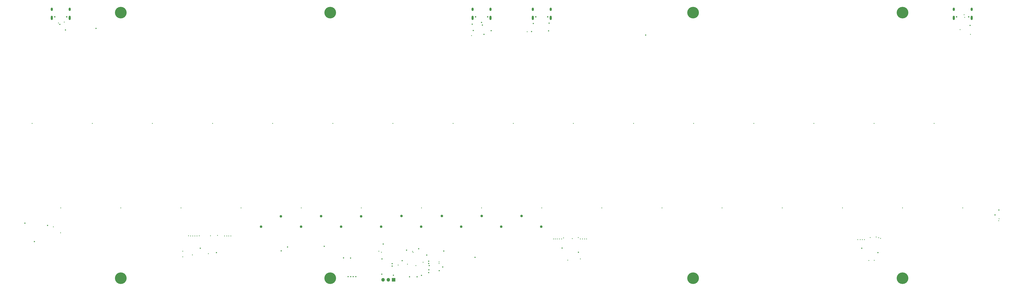
<source format=gbr>
%TF.GenerationSoftware,KiCad,Pcbnew,(6.0.5-0)*%
%TF.CreationDate,2022-11-13T17:01:49-06:00*%
%TF.ProjectId,skogaslider-main-pcb,736b6f67-6173-46c6-9964-65722d6d6169,rev?*%
%TF.SameCoordinates,Original*%
%TF.FileFunction,Soldermask,Bot*%
%TF.FilePolarity,Negative*%
%FSLAX46Y46*%
G04 Gerber Fmt 4.6, Leading zero omitted, Abs format (unit mm)*
G04 Created by KiCad (PCBNEW (6.0.5-0)) date 2022-11-13 17:01:49*
%MOMM*%
%LPD*%
G01*
G04 APERTURE LIST*
%ADD10C,3.600000*%
%ADD11C,5.600000*%
%ADD12C,0.650000*%
%ADD13O,1.000000X2.100000*%
%ADD14O,1.000000X1.600000*%
%ADD15R,1.700000X1.700000*%
%ADD16O,1.700000X1.700000*%
%ADD17C,0.400000*%
%ADD18C,0.600000*%
%ADD19C,1.250000*%
G04 APERTURE END LIST*
D10*
%TO.C,H10*%
X271330000Y-232780000D03*
D11*
X271330000Y-232780000D03*
%TD*%
%TO.C,H9*%
X170321096Y-232780000D03*
D10*
X170321096Y-232780000D03*
%TD*%
D11*
%TO.C,H6*%
X547321096Y-361050000D03*
D10*
X547321096Y-361050000D03*
%TD*%
D11*
%TO.C,H5*%
X271330000Y-361050000D03*
D10*
X271330000Y-361050000D03*
%TD*%
D11*
%TO.C,H4*%
X446340000Y-361050000D03*
D10*
X446340000Y-361050000D03*
%TD*%
D11*
%TO.C,H3*%
X446340000Y-232780000D03*
D10*
X446340000Y-232780000D03*
%TD*%
D11*
%TO.C,H2*%
X547321096Y-232780000D03*
D10*
X547321096Y-232780000D03*
%TD*%
%TO.C,H1*%
X170321096Y-361050000D03*
D11*
X170321096Y-361050000D03*
%TD*%
D12*
%TO.C,J1*%
X370431096Y-234790000D03*
X376211096Y-234790000D03*
D13*
X377641096Y-235320000D03*
X369001096Y-235320000D03*
D14*
X377641096Y-231140000D03*
X369001096Y-231140000D03*
%TD*%
D12*
%TO.C,J6*%
X579211096Y-234790000D03*
X573431096Y-234790000D03*
D14*
X572001096Y-231140000D03*
D13*
X580641096Y-235320000D03*
X572001096Y-235320000D03*
D14*
X580641096Y-231140000D03*
%TD*%
D12*
%TO.C,J2*%
X347211096Y-234790000D03*
X341431096Y-234790000D03*
D14*
X348641096Y-231140000D03*
X340001096Y-231140000D03*
D13*
X340001096Y-235320000D03*
X348641096Y-235320000D03*
%TD*%
D15*
%TO.C,J3*%
X301827346Y-361801669D03*
D16*
X299287346Y-361801669D03*
X296747346Y-361801669D03*
%TD*%
D12*
%TO.C,J5*%
X138431096Y-234790000D03*
X144211096Y-234790000D03*
D13*
X145641096Y-235320000D03*
X137001096Y-235320000D03*
D14*
X145641096Y-231140000D03*
X137001096Y-231140000D03*
%TD*%
D17*
X577320000Y-235040000D03*
X577070000Y-233750000D03*
X140240500Y-237700000D03*
X143050000Y-237360000D03*
D18*
X247660000Y-347850000D03*
D17*
X200190000Y-350690000D03*
X200210000Y-347940000D03*
D18*
X250690000Y-345960000D03*
D17*
X316082346Y-353331669D03*
X312612346Y-354961669D03*
X304106164Y-354643645D03*
X308572346Y-354261669D03*
D18*
X323860000Y-357370000D03*
X325610000Y-355600000D03*
D17*
X127571096Y-286281669D03*
X202984722Y-340551669D03*
X141321096Y-327090668D03*
X203964722Y-340581669D03*
X156571096Y-286281669D03*
X205014722Y-340591669D03*
X205994722Y-340581669D03*
X170321096Y-327090668D03*
X207004722Y-340591669D03*
X185571096Y-286281669D03*
X199321096Y-327090668D03*
X208104722Y-340561669D03*
X214571096Y-286281669D03*
X213554722Y-340561669D03*
X228321096Y-327090668D03*
X216914722Y-340341669D03*
X243571096Y-286281669D03*
X220344722Y-340581669D03*
X257321096Y-327090668D03*
X221414722Y-340591669D03*
X272571096Y-286281669D03*
X222384722Y-340581669D03*
X286321096Y-327090668D03*
X223364722Y-340581669D03*
X378964722Y-342061669D03*
X301571096Y-286281669D03*
X379834722Y-342051669D03*
X315321096Y-327090668D03*
X330571096Y-286281669D03*
X380784722Y-342081669D03*
X344321096Y-327090668D03*
X381764722Y-342071669D03*
X382934722Y-342081669D03*
X359571096Y-286281669D03*
X373321096Y-327090668D03*
X383814722Y-341571669D03*
X388571096Y-286281669D03*
X388034722Y-341861669D03*
X402321096Y-327090668D03*
X390954722Y-341341669D03*
X391964722Y-342091669D03*
X417571096Y-286281669D03*
X392954722Y-342071669D03*
X431321096Y-327090668D03*
X446571096Y-286281669D03*
X393944722Y-342081669D03*
X394924722Y-342071669D03*
X460321096Y-327090668D03*
X475571096Y-286281669D03*
X525704722Y-342422169D03*
X526934722Y-342422169D03*
X489321096Y-327090668D03*
X527954722Y-342422169D03*
X504571096Y-286281669D03*
X518321096Y-327090668D03*
X528934722Y-342422169D03*
X533571096Y-286281669D03*
X531704722Y-341381669D03*
X534654722Y-341161669D03*
X547321096Y-327090668D03*
X562571096Y-286281669D03*
X535764722Y-341441669D03*
X576321096Y-327090668D03*
X536704722Y-341801669D03*
D18*
X345490000Y-243220000D03*
X296864722Y-344531669D03*
X158365480Y-240395480D03*
X124104722Y-334391669D03*
X134984722Y-335551669D03*
X128661344Y-343301669D03*
D17*
X137757763Y-336217086D03*
X141282346Y-339061669D03*
D18*
X591900000Y-330470000D03*
X593830000Y-328070000D03*
X344281637Y-237481519D03*
X344729400Y-238729400D03*
X140910000Y-238400000D03*
X423450000Y-243560000D03*
D17*
X593740000Y-333210000D03*
X391962346Y-351731669D03*
X294752346Y-347991669D03*
X323792346Y-353171669D03*
X385822346Y-352261669D03*
X531020031Y-352476465D03*
X310972346Y-348031669D03*
X580100000Y-243220000D03*
X311271941Y-348582398D03*
X323772346Y-353871669D03*
X533660000Y-352380000D03*
X593920000Y-332330000D03*
X295997518Y-348478125D03*
X212540000Y-349200000D03*
X204870000Y-349780000D03*
X575070000Y-240940000D03*
X339480000Y-243880000D03*
X366310000Y-241940000D03*
D18*
X208683356Y-346501669D03*
X309592346Y-360339782D03*
X268390000Y-345580000D03*
X296222346Y-359041669D03*
X318886939Y-356951169D03*
D19*
X305684722Y-330971669D03*
D18*
X535498596Y-348671669D03*
D19*
X363614722Y-330941669D03*
D18*
X317911716Y-349802044D03*
X313212346Y-360339782D03*
X326052346Y-347871669D03*
X376610000Y-241550000D03*
X301182346Y-354021669D03*
X318786456Y-352801669D03*
D19*
X237930785Y-336097584D03*
D18*
X301172346Y-355141669D03*
D19*
X334452210Y-336097584D03*
D18*
X348910000Y-241470000D03*
X318814722Y-358311669D03*
X369250000Y-238000000D03*
X282422346Y-360241669D03*
X279902346Y-360241669D03*
D19*
X353756495Y-336097584D03*
X286204722Y-331151669D03*
D18*
X376900000Y-237830000D03*
D19*
X276539355Y-336097584D03*
D18*
X301802346Y-359541669D03*
D19*
X373060785Y-336097584D03*
D18*
X308100000Y-347440000D03*
X306042346Y-352523129D03*
X313982346Y-346791140D03*
X281162346Y-351251669D03*
X281172346Y-360241669D03*
X319044722Y-354961669D03*
X315342346Y-359669782D03*
X368380000Y-241870000D03*
X383183596Y-346481669D03*
X296252346Y-351711669D03*
D19*
X344404722Y-331001669D03*
X295843640Y-336097584D03*
D18*
X340300000Y-241360000D03*
X216453356Y-348671669D03*
X283702346Y-360231669D03*
X527668596Y-346501669D03*
D19*
X266904722Y-331061669D03*
X325134722Y-330941669D03*
X315147925Y-336097584D03*
D18*
X579900000Y-238920000D03*
X339820000Y-238310000D03*
D19*
X247504722Y-331091669D03*
D18*
X341154722Y-350951669D03*
X277767469Y-351231669D03*
X391023596Y-348481669D03*
X143650000Y-241110000D03*
D19*
X257235070Y-336097584D03*
D18*
X318786456Y-353871669D03*
M02*

</source>
